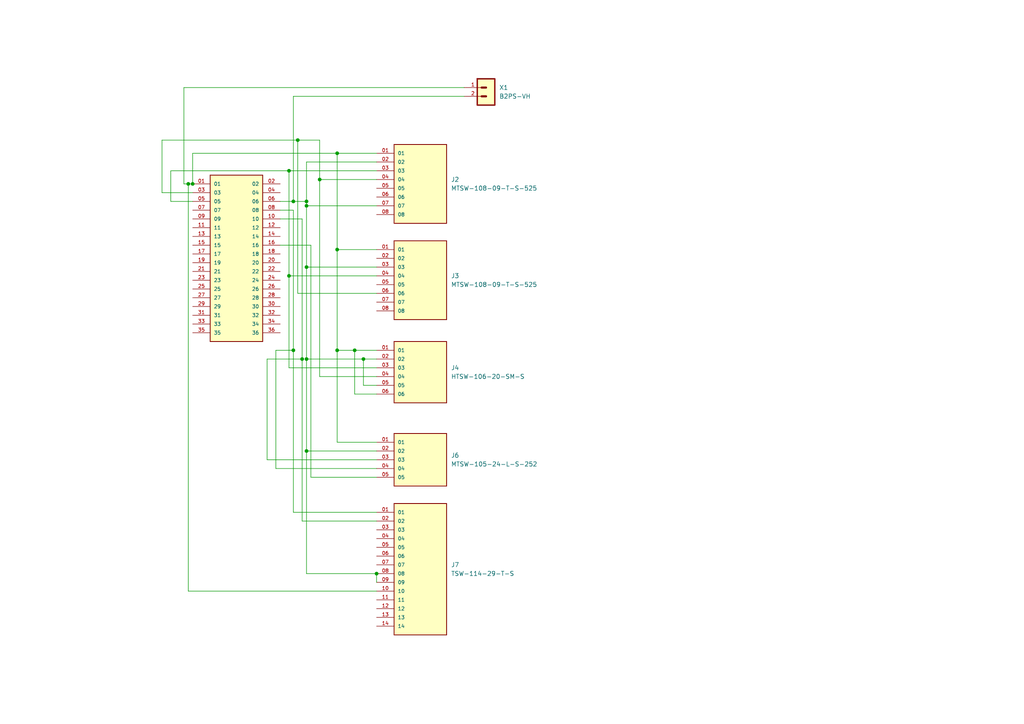
<source format=kicad_sch>
(kicad_sch
	(version 20250114)
	(generator "eeschema")
	(generator_version "9.0")
	(uuid "91904fa3-9f91-498d-ae8f-a776fbcd31ef")
	(paper "A4")
	(lib_symbols
		(symbol "B2PS-VH:B2PS-VH"
			(pin_names
				(offset 1.016)
			)
			(exclude_from_sim no)
			(in_bom yes)
			(on_board yes)
			(property "Reference" "X"
				(at -1.27 3.302 0)
				(effects
					(font
						(size 1.27 1.27)
					)
					(justify left bottom)
				)
			)
			(property "Value" "B2PS-VH"
				(at -1.27 -7.62 0)
				(effects
					(font
						(size 1.27 1.27)
					)
					(justify left bottom)
				)
			)
			(property "Footprint" "B2PS-VH:B2PS-VH"
				(at 0 0 0)
				(effects
					(font
						(size 1.27 1.27)
					)
					(justify bottom)
					(hide yes)
				)
			)
			(property "Datasheet" ""
				(at 0 0 0)
				(effects
					(font
						(size 1.27 1.27)
					)
					(hide yes)
				)
			)
			(property "Description" ""
				(at 0 0 0)
				(effects
					(font
						(size 1.27 1.27)
					)
					(hide yes)
				)
			)
			(property "MF" "JST Sales"
				(at 0 0 0)
				(effects
					(font
						(size 1.27 1.27)
					)
					(justify bottom)
					(hide yes)
				)
			)
			(property "Description_1" "Connector Header Through Hole, Right Angle 2 position 0.156 (3.96mm)"
				(at 0 0 0)
				(effects
					(font
						(size 1.27 1.27)
					)
					(justify bottom)
					(hide yes)
				)
			)
			(property "Package" "None"
				(at 0 0 0)
				(effects
					(font
						(size 1.27 1.27)
					)
					(justify bottom)
					(hide yes)
				)
			)
			(property "Price" "None"
				(at 0 0 0)
				(effects
					(font
						(size 1.27 1.27)
					)
					(justify bottom)
					(hide yes)
				)
			)
			(property "SnapEDA_Link" "https://www.snapeda.com/parts/B2PS-VH/JST/view-part/?ref=snap"
				(at 0 0 0)
				(effects
					(font
						(size 1.27 1.27)
					)
					(justify bottom)
					(hide yes)
				)
			)
			(property "MP" "B2PS-VH"
				(at 0 0 0)
				(effects
					(font
						(size 1.27 1.27)
					)
					(justify bottom)
					(hide yes)
				)
			)
			(property "Availability" "In Stock"
				(at 0 0 0)
				(effects
					(font
						(size 1.27 1.27)
					)
					(justify bottom)
					(hide yes)
				)
			)
			(property "Check_prices" "https://www.snapeda.com/parts/B2PS-VH/JST/view-part/?ref=eda"
				(at 0 0 0)
				(effects
					(font
						(size 1.27 1.27)
					)
					(justify bottom)
					(hide yes)
				)
			)
			(symbol "B2PS-VH_0_0"
				(rectangle
					(start -1.27 -5.08)
					(end 3.81 2.54)
					(stroke
						(width 0.4064)
						(type default)
					)
					(fill
						(type background)
					)
				)
				(polyline
					(pts
						(xy 1.27 0) (xy 2.54 0)
					)
					(stroke
						(width 0.6096)
						(type default)
					)
					(fill
						(type none)
					)
				)
				(polyline
					(pts
						(xy 1.27 -2.54) (xy 2.54 -2.54)
					)
					(stroke
						(width 0.6096)
						(type default)
					)
					(fill
						(type none)
					)
				)
				(pin passive line
					(at 7.62 0 180)
					(length 5.08)
					(name "~"
						(effects
							(font
								(size 1.016 1.016)
							)
						)
					)
					(number "2"
						(effects
							(font
								(size 1.016 1.016)
							)
						)
					)
				)
				(pin passive line
					(at 7.62 -2.54 180)
					(length 5.08)
					(name "~"
						(effects
							(font
								(size 1.016 1.016)
							)
						)
					)
					(number "1"
						(effects
							(font
								(size 1.016 1.016)
							)
						)
					)
				)
			)
			(embedded_fonts no)
		)
		(symbol "HTSW-106-20-SM-S:HTSW-106-20-SM-S"
			(pin_names
				(offset 1.016)
			)
			(exclude_from_sim no)
			(in_bom yes)
			(on_board yes)
			(property "Reference" "J"
				(at -8.12 10.16 0)
				(effects
					(font
						(size 1.27 1.27)
					)
					(justify left bottom)
				)
			)
			(property "Value" "HTSW-106-20-SM-S"
				(at -7.62 -10.16 0)
				(effects
					(font
						(size 1.27 1.27)
					)
					(justify left bottom)
				)
			)
			(property "Footprint" "HTSW-106-20-SM-S:SAMTEC_HTSW-106-20-SM-S"
				(at 0 0 0)
				(effects
					(font
						(size 1.27 1.27)
					)
					(justify bottom)
					(hide yes)
				)
			)
			(property "Datasheet" ""
				(at 0 0 0)
				(effects
					(font
						(size 1.27 1.27)
					)
					(hide yes)
				)
			)
			(property "Description" ""
				(at 0 0 0)
				(effects
					(font
						(size 1.27 1.27)
					)
					(hide yes)
				)
			)
			(property "MF" "Samtec"
				(at 0 0 0)
				(effects
					(font
						(size 1.27 1.27)
					)
					(justify bottom)
					(hide yes)
				)
			)
			(property "Description_1" "Connector Header Through Hole 6 position 0.100 (2.54mm)"
				(at 0 0 0)
				(effects
					(font
						(size 1.27 1.27)
					)
					(justify bottom)
					(hide yes)
				)
			)
			(property "Package" "None"
				(at 0 0 0)
				(effects
					(font
						(size 1.27 1.27)
					)
					(justify bottom)
					(hide yes)
				)
			)
			(property "Price" "None"
				(at 0 0 0)
				(effects
					(font
						(size 1.27 1.27)
					)
					(justify bottom)
					(hide yes)
				)
			)
			(property "Check_prices" "https://www.snapeda.com/parts/HTSW-106-20-SM-S/Samtec/view-part/?ref=eda"
				(at 0 0 0)
				(effects
					(font
						(size 1.27 1.27)
					)
					(justify bottom)
					(hide yes)
				)
			)
			(property "STANDARD" "Manufacturer Recommendations"
				(at 0 0 0)
				(effects
					(font
						(size 1.27 1.27)
					)
					(justify bottom)
					(hide yes)
				)
			)
			(property "PARTREV" "R"
				(at 0 0 0)
				(effects
					(font
						(size 1.27 1.27)
					)
					(justify bottom)
					(hide yes)
				)
			)
			(property "SnapEDA_Link" "https://www.snapeda.com/parts/HTSW-106-20-SM-S/Samtec/view-part/?ref=snap"
				(at 0 0 0)
				(effects
					(font
						(size 1.27 1.27)
					)
					(justify bottom)
					(hide yes)
				)
			)
			(property "MP" "HTSW-106-20-SM-S"
				(at 0 0 0)
				(effects
					(font
						(size 1.27 1.27)
					)
					(justify bottom)
					(hide yes)
				)
			)
			(property "Availability" "In Stock"
				(at 0 0 0)
				(effects
					(font
						(size 1.27 1.27)
					)
					(justify bottom)
					(hide yes)
				)
			)
			(property "MANUFACTURER" "Samtec"
				(at 0 0 0)
				(effects
					(font
						(size 1.27 1.27)
					)
					(justify bottom)
					(hide yes)
				)
			)
			(symbol "HTSW-106-20-SM-S_0_0"
				(rectangle
					(start -7.62 -7.62)
					(end 7.62 10.16)
					(stroke
						(width 0.254)
						(type default)
					)
					(fill
						(type background)
					)
				)
				(pin passive line
					(at -12.7 7.62 0)
					(length 5.08)
					(name "01"
						(effects
							(font
								(size 1.016 1.016)
							)
						)
					)
					(number "01"
						(effects
							(font
								(size 1.016 1.016)
							)
						)
					)
				)
				(pin passive line
					(at -12.7 5.08 0)
					(length 5.08)
					(name "02"
						(effects
							(font
								(size 1.016 1.016)
							)
						)
					)
					(number "02"
						(effects
							(font
								(size 1.016 1.016)
							)
						)
					)
				)
				(pin passive line
					(at -12.7 2.54 0)
					(length 5.08)
					(name "03"
						(effects
							(font
								(size 1.016 1.016)
							)
						)
					)
					(number "03"
						(effects
							(font
								(size 1.016 1.016)
							)
						)
					)
				)
				(pin passive line
					(at -12.7 0 0)
					(length 5.08)
					(name "04"
						(effects
							(font
								(size 1.016 1.016)
							)
						)
					)
					(number "04"
						(effects
							(font
								(size 1.016 1.016)
							)
						)
					)
				)
				(pin passive line
					(at -12.7 -2.54 0)
					(length 5.08)
					(name "05"
						(effects
							(font
								(size 1.016 1.016)
							)
						)
					)
					(number "05"
						(effects
							(font
								(size 1.016 1.016)
							)
						)
					)
				)
				(pin passive line
					(at -12.7 -5.08 0)
					(length 5.08)
					(name "06"
						(effects
							(font
								(size 1.016 1.016)
							)
						)
					)
					(number "06"
						(effects
							(font
								(size 1.016 1.016)
							)
						)
					)
				)
			)
			(embedded_fonts no)
		)
		(symbol "MTSW-105-24-L-S-252:MTSW-105-24-L-S-252"
			(pin_names
				(offset 1.016)
			)
			(exclude_from_sim no)
			(in_bom yes)
			(on_board yes)
			(property "Reference" "J"
				(at -8.12 7.62 0)
				(effects
					(font
						(size 1.27 1.27)
					)
					(justify left bottom)
				)
			)
			(property "Value" "MTSW-105-24-L-S-252"
				(at -7.62 -10.16 0)
				(effects
					(font
						(size 1.27 1.27)
					)
					(justify left bottom)
				)
			)
			(property "Footprint" "MTSW-105-24-L-S-252:SAMTEC_MTSW-105-24-L-S-252"
				(at 0 0 0)
				(effects
					(font
						(size 1.27 1.27)
					)
					(justify bottom)
					(hide yes)
				)
			)
			(property "Datasheet" ""
				(at 0 0 0)
				(effects
					(font
						(size 1.27 1.27)
					)
					(hide yes)
				)
			)
			(property "Description" ""
				(at 0 0 0)
				(effects
					(font
						(size 1.27 1.27)
					)
					(hide yes)
				)
			)
			(property "MF" "Samtec"
				(at 0 0 0)
				(effects
					(font
						(size 1.27 1.27)
					)
					(justify bottom)
					(hide yes)
				)
			)
			(property "Description_1" "Connector Header Through Hole 5 position 0.100 (2.54mm)"
				(at 0 0 0)
				(effects
					(font
						(size 1.27 1.27)
					)
					(justify bottom)
					(hide yes)
				)
			)
			(property "Package" "None"
				(at 0 0 0)
				(effects
					(font
						(size 1.27 1.27)
					)
					(justify bottom)
					(hide yes)
				)
			)
			(property "Price" "None"
				(at 0 0 0)
				(effects
					(font
						(size 1.27 1.27)
					)
					(justify bottom)
					(hide yes)
				)
			)
			(property "Check_prices" "https://www.snapeda.com/parts/MTSW-105-24-L-S-252/Samtec/view-part/?ref=eda"
				(at 0 0 0)
				(effects
					(font
						(size 1.27 1.27)
					)
					(justify bottom)
					(hide yes)
				)
			)
			(property "STANDARD" "Manufacturer Recommendations"
				(at 0 0 0)
				(effects
					(font
						(size 1.27 1.27)
					)
					(justify bottom)
					(hide yes)
				)
			)
			(property "PARTREV" "R"
				(at 0 0 0)
				(effects
					(font
						(size 1.27 1.27)
					)
					(justify bottom)
					(hide yes)
				)
			)
			(property "SnapEDA_Link" "https://www.snapeda.com/parts/MTSW-105-24-L-S-252/Samtec/view-part/?ref=snap"
				(at 0 0 0)
				(effects
					(font
						(size 1.27 1.27)
					)
					(justify bottom)
					(hide yes)
				)
			)
			(property "MP" "MTSW-105-24-L-S-252"
				(at 0 0 0)
				(effects
					(font
						(size 1.27 1.27)
					)
					(justify bottom)
					(hide yes)
				)
			)
			(property "Availability" "In Stock"
				(at 0 0 0)
				(effects
					(font
						(size 1.27 1.27)
					)
					(justify bottom)
					(hide yes)
				)
			)
			(property "MANUFACTURER" "Samtec"
				(at 0 0 0)
				(effects
					(font
						(size 1.27 1.27)
					)
					(justify bottom)
					(hide yes)
				)
			)
			(symbol "MTSW-105-24-L-S-252_0_0"
				(rectangle
					(start -7.62 -7.62)
					(end 7.62 7.62)
					(stroke
						(width 0.254)
						(type default)
					)
					(fill
						(type background)
					)
				)
				(pin passive line
					(at -12.7 5.08 0)
					(length 5.08)
					(name "01"
						(effects
							(font
								(size 1.016 1.016)
							)
						)
					)
					(number "01"
						(effects
							(font
								(size 1.016 1.016)
							)
						)
					)
				)
				(pin passive line
					(at -12.7 2.54 0)
					(length 5.08)
					(name "02"
						(effects
							(font
								(size 1.016 1.016)
							)
						)
					)
					(number "02"
						(effects
							(font
								(size 1.016 1.016)
							)
						)
					)
				)
				(pin passive line
					(at -12.7 0 0)
					(length 5.08)
					(name "03"
						(effects
							(font
								(size 1.016 1.016)
							)
						)
					)
					(number "03"
						(effects
							(font
								(size 1.016 1.016)
							)
						)
					)
				)
				(pin passive line
					(at -12.7 -2.54 0)
					(length 5.08)
					(name "04"
						(effects
							(font
								(size 1.016 1.016)
							)
						)
					)
					(number "04"
						(effects
							(font
								(size 1.016 1.016)
							)
						)
					)
				)
				(pin passive line
					(at -12.7 -5.08 0)
					(length 5.08)
					(name "05"
						(effects
							(font
								(size 1.016 1.016)
							)
						)
					)
					(number "05"
						(effects
							(font
								(size 1.016 1.016)
							)
						)
					)
				)
			)
			(embedded_fonts no)
		)
		(symbol "MTSW-108-09-T-S-525:MTSW-108-09-T-S-525"
			(pin_names
				(offset 1.016)
			)
			(exclude_from_sim no)
			(in_bom yes)
			(on_board yes)
			(property "Reference" "J"
				(at -8.12 12.7 0)
				(effects
					(font
						(size 1.27 1.27)
					)
					(justify left bottom)
				)
			)
			(property "Value" "MTSW-108-09-T-S-525"
				(at -7.62 -12.7 0)
				(effects
					(font
						(size 1.27 1.27)
					)
					(justify left bottom)
				)
			)
			(property "Footprint" "MTSW-108-09-T-S-525:SAMTEC_MTSW-108-09-T-S-525"
				(at 0 0 0)
				(effects
					(font
						(size 1.27 1.27)
					)
					(justify bottom)
					(hide yes)
				)
			)
			(property "Datasheet" ""
				(at 0 0 0)
				(effects
					(font
						(size 1.27 1.27)
					)
					(hide yes)
				)
			)
			(property "Description" ""
				(at 0 0 0)
				(effects
					(font
						(size 1.27 1.27)
					)
					(hide yes)
				)
			)
			(property "MF" "Samtec"
				(at 0 0 0)
				(effects
					(font
						(size 1.27 1.27)
					)
					(justify bottom)
					(hide yes)
				)
			)
			(property "Description_1" "Connector Header Through Hole 8 position 0.100 (2.54mm)"
				(at 0 0 0)
				(effects
					(font
						(size 1.27 1.27)
					)
					(justify bottom)
					(hide yes)
				)
			)
			(property "Package" "None"
				(at 0 0 0)
				(effects
					(font
						(size 1.27 1.27)
					)
					(justify bottom)
					(hide yes)
				)
			)
			(property "Price" "None"
				(at 0 0 0)
				(effects
					(font
						(size 1.27 1.27)
					)
					(justify bottom)
					(hide yes)
				)
			)
			(property "Check_prices" "https://www.snapeda.com/parts/MTSW-108-09-T-S-525/Samtec/view-part/?ref=eda"
				(at 0 0 0)
				(effects
					(font
						(size 1.27 1.27)
					)
					(justify bottom)
					(hide yes)
				)
			)
			(property "STANDARD" "Manufacturer Recommendations"
				(at 0 0 0)
				(effects
					(font
						(size 1.27 1.27)
					)
					(justify bottom)
					(hide yes)
				)
			)
			(property "PARTREV" "R"
				(at 0 0 0)
				(effects
					(font
						(size 1.27 1.27)
					)
					(justify bottom)
					(hide yes)
				)
			)
			(property "SnapEDA_Link" "https://www.snapeda.com/parts/MTSW-108-09-T-S-525/Samtec/view-part/?ref=snap"
				(at 0 0 0)
				(effects
					(font
						(size 1.27 1.27)
					)
					(justify bottom)
					(hide yes)
				)
			)
			(property "MP" "MTSW-108-09-T-S-525"
				(at 0 0 0)
				(effects
					(font
						(size 1.27 1.27)
					)
					(justify bottom)
					(hide yes)
				)
			)
			(property "Availability" "In Stock"
				(at 0 0 0)
				(effects
					(font
						(size 1.27 1.27)
					)
					(justify bottom)
					(hide yes)
				)
			)
			(property "MANUFACTURER" "Samtec"
				(at 0 0 0)
				(effects
					(font
						(size 1.27 1.27)
					)
					(justify bottom)
					(hide yes)
				)
			)
			(symbol "MTSW-108-09-T-S-525_0_0"
				(rectangle
					(start -7.62 -10.16)
					(end 7.62 12.7)
					(stroke
						(width 0.254)
						(type default)
					)
					(fill
						(type background)
					)
				)
				(pin passive line
					(at -12.7 10.16 0)
					(length 5.08)
					(name "01"
						(effects
							(font
								(size 1.016 1.016)
							)
						)
					)
					(number "01"
						(effects
							(font
								(size 1.016 1.016)
							)
						)
					)
				)
				(pin passive line
					(at -12.7 7.62 0)
					(length 5.08)
					(name "02"
						(effects
							(font
								(size 1.016 1.016)
							)
						)
					)
					(number "02"
						(effects
							(font
								(size 1.016 1.016)
							)
						)
					)
				)
				(pin passive line
					(at -12.7 5.08 0)
					(length 5.08)
					(name "03"
						(effects
							(font
								(size 1.016 1.016)
							)
						)
					)
					(number "03"
						(effects
							(font
								(size 1.016 1.016)
							)
						)
					)
				)
				(pin passive line
					(at -12.7 2.54 0)
					(length 5.08)
					(name "04"
						(effects
							(font
								(size 1.016 1.016)
							)
						)
					)
					(number "04"
						(effects
							(font
								(size 1.016 1.016)
							)
						)
					)
				)
				(pin passive line
					(at -12.7 0 0)
					(length 5.08)
					(name "05"
						(effects
							(font
								(size 1.016 1.016)
							)
						)
					)
					(number "05"
						(effects
							(font
								(size 1.016 1.016)
							)
						)
					)
				)
				(pin passive line
					(at -12.7 -2.54 0)
					(length 5.08)
					(name "06"
						(effects
							(font
								(size 1.016 1.016)
							)
						)
					)
					(number "06"
						(effects
							(font
								(size 1.016 1.016)
							)
						)
					)
				)
				(pin passive line
					(at -12.7 -5.08 0)
					(length 5.08)
					(name "07"
						(effects
							(font
								(size 1.016 1.016)
							)
						)
					)
					(number "07"
						(effects
							(font
								(size 1.016 1.016)
							)
						)
					)
				)
				(pin passive line
					(at -12.7 -7.62 0)
					(length 5.08)
					(name "08"
						(effects
							(font
								(size 1.016 1.016)
							)
						)
					)
					(number "08"
						(effects
							(font
								(size 1.016 1.016)
							)
						)
					)
				)
			)
			(embedded_fonts no)
		)
		(symbol "MTSW-118-06-G-D-050:MTSW-118-06-G-D-050"
			(pin_names
				(offset 1.016)
			)
			(exclude_from_sim no)
			(in_bom yes)
			(on_board yes)
			(property "Reference" "J"
				(at -8.12 25.4 0)
				(effects
					(font
						(size 1.27 1.27)
					)
					(justify left bottom)
				)
			)
			(property "Value" "MTSW-118-06-G-D-050"
				(at -7.62 -25.4 0)
				(effects
					(font
						(size 1.27 1.27)
					)
					(justify left bottom)
				)
			)
			(property "Footprint" "MTSW-118-06-G-D-050:SAMTEC_MTSW-118-06-G-D-050"
				(at 0 0 0)
				(effects
					(font
						(size 1.27 1.27)
					)
					(justify bottom)
					(hide yes)
				)
			)
			(property "Datasheet" ""
				(at 0 0 0)
				(effects
					(font
						(size 1.27 1.27)
					)
					(hide yes)
				)
			)
			(property "Description" ""
				(at 0 0 0)
				(effects
					(font
						(size 1.27 1.27)
					)
					(hide yes)
				)
			)
			(property "MF" "Samtec"
				(at 0 0 0)
				(effects
					(font
						(size 1.27 1.27)
					)
					(justify bottom)
					(hide yes)
				)
			)
			(property "Description_1" "Headers & Wire Housings"
				(at 0 0 0)
				(effects
					(font
						(size 1.27 1.27)
					)
					(justify bottom)
					(hide yes)
				)
			)
			(property "Package" "None"
				(at 0 0 0)
				(effects
					(font
						(size 1.27 1.27)
					)
					(justify bottom)
					(hide yes)
				)
			)
			(property "Price" "None"
				(at 0 0 0)
				(effects
					(font
						(size 1.27 1.27)
					)
					(justify bottom)
					(hide yes)
				)
			)
			(property "Check_prices" "https://www.snapeda.com/parts/MTSW-118-06-G-D-050/Samtec/view-part/?ref=eda"
				(at 0 0 0)
				(effects
					(font
						(size 1.27 1.27)
					)
					(justify bottom)
					(hide yes)
				)
			)
			(property "STANDARD" "Manufacturer Recommendations"
				(at 0 0 0)
				(effects
					(font
						(size 1.27 1.27)
					)
					(justify bottom)
					(hide yes)
				)
			)
			(property "PARTREV" "R"
				(at 0 0 0)
				(effects
					(font
						(size 1.27 1.27)
					)
					(justify bottom)
					(hide yes)
				)
			)
			(property "SnapEDA_Link" "https://www.snapeda.com/parts/MTSW-118-06-G-D-050/Samtec/view-part/?ref=snap"
				(at 0 0 0)
				(effects
					(font
						(size 1.27 1.27)
					)
					(justify bottom)
					(hide yes)
				)
			)
			(property "MP" "MTSW-118-06-G-D-050"
				(at 0 0 0)
				(effects
					(font
						(size 1.27 1.27)
					)
					(justify bottom)
					(hide yes)
				)
			)
			(property "Availability" "In Stock"
				(at 0 0 0)
				(effects
					(font
						(size 1.27 1.27)
					)
					(justify bottom)
					(hide yes)
				)
			)
			(property "MANUFACTURER" "Samtec"
				(at 0 0 0)
				(effects
					(font
						(size 1.27 1.27)
					)
					(justify bottom)
					(hide yes)
				)
			)
			(symbol "MTSW-118-06-G-D-050_0_0"
				(rectangle
					(start -7.62 -22.86)
					(end 7.62 25.4)
					(stroke
						(width 0.254)
						(type default)
					)
					(fill
						(type background)
					)
				)
				(pin passive line
					(at -12.7 22.86 0)
					(length 5.08)
					(name "01"
						(effects
							(font
								(size 1.016 1.016)
							)
						)
					)
					(number "01"
						(effects
							(font
								(size 1.016 1.016)
							)
						)
					)
				)
				(pin passive line
					(at -12.7 20.32 0)
					(length 5.08)
					(name "03"
						(effects
							(font
								(size 1.016 1.016)
							)
						)
					)
					(number "03"
						(effects
							(font
								(size 1.016 1.016)
							)
						)
					)
				)
				(pin passive line
					(at -12.7 17.78 0)
					(length 5.08)
					(name "05"
						(effects
							(font
								(size 1.016 1.016)
							)
						)
					)
					(number "05"
						(effects
							(font
								(size 1.016 1.016)
							)
						)
					)
				)
				(pin passive line
					(at -12.7 15.24 0)
					(length 5.08)
					(name "07"
						(effects
							(font
								(size 1.016 1.016)
							)
						)
					)
					(number "07"
						(effects
							(font
								(size 1.016 1.016)
							)
						)
					)
				)
				(pin passive line
					(at -12.7 12.7 0)
					(length 5.08)
					(name "09"
						(effects
							(font
								(size 1.016 1.016)
							)
						)
					)
					(number "09"
						(effects
							(font
								(size 1.016 1.016)
							)
						)
					)
				)
				(pin passive line
					(at -12.7 10.16 0)
					(length 5.08)
					(name "11"
						(effects
							(font
								(size 1.016 1.016)
							)
						)
					)
					(number "11"
						(effects
							(font
								(size 1.016 1.016)
							)
						)
					)
				)
				(pin passive line
					(at -12.7 7.62 0)
					(length 5.08)
					(name "13"
						(effects
							(font
								(size 1.016 1.016)
							)
						)
					)
					(number "13"
						(effects
							(font
								(size 1.016 1.016)
							)
						)
					)
				)
				(pin passive line
					(at -12.7 5.08 0)
					(length 5.08)
					(name "15"
						(effects
							(font
								(size 1.016 1.016)
							)
						)
					)
					(number "15"
						(effects
							(font
								(size 1.016 1.016)
							)
						)
					)
				)
				(pin passive line
					(at -12.7 2.54 0)
					(length 5.08)
					(name "17"
						(effects
							(font
								(size 1.016 1.016)
							)
						)
					)
					(number "17"
						(effects
							(font
								(size 1.016 1.016)
							)
						)
					)
				)
				(pin passive line
					(at -12.7 0 0)
					(length 5.08)
					(name "19"
						(effects
							(font
								(size 1.016 1.016)
							)
						)
					)
					(number "19"
						(effects
							(font
								(size 1.016 1.016)
							)
						)
					)
				)
				(pin passive line
					(at -12.7 -2.54 0)
					(length 5.08)
					(name "21"
						(effects
							(font
								(size 1.016 1.016)
							)
						)
					)
					(number "21"
						(effects
							(font
								(size 1.016 1.016)
							)
						)
					)
				)
				(pin passive line
					(at -12.7 -5.08 0)
					(length 5.08)
					(name "23"
						(effects
							(font
								(size 1.016 1.016)
							)
						)
					)
					(number "23"
						(effects
							(font
								(size 1.016 1.016)
							)
						)
					)
				)
				(pin passive line
					(at -12.7 -7.62 0)
					(length 5.08)
					(name "25"
						(effects
							(font
								(size 1.016 1.016)
							)
						)
					)
					(number "25"
						(effects
							(font
								(size 1.016 1.016)
							)
						)
					)
				)
				(pin passive line
					(at -12.7 -10.16 0)
					(length 5.08)
					(name "27"
						(effects
							(font
								(size 1.016 1.016)
							)
						)
					)
					(number "27"
						(effects
							(font
								(size 1.016 1.016)
							)
						)
					)
				)
				(pin passive line
					(at -12.7 -12.7 0)
					(length 5.08)
					(name "29"
						(effects
							(font
								(size 1.016 1.016)
							)
						)
					)
					(number "29"
						(effects
							(font
								(size 1.016 1.016)
							)
						)
					)
				)
				(pin passive line
					(at -12.7 -15.24 0)
					(length 5.08)
					(name "31"
						(effects
							(font
								(size 1.016 1.016)
							)
						)
					)
					(number "31"
						(effects
							(font
								(size 1.016 1.016)
							)
						)
					)
				)
				(pin passive line
					(at -12.7 -17.78 0)
					(length 5.08)
					(name "33"
						(effects
							(font
								(size 1.016 1.016)
							)
						)
					)
					(number "33"
						(effects
							(font
								(size 1.016 1.016)
							)
						)
					)
				)
				(pin passive line
					(at -12.7 -20.32 0)
					(length 5.08)
					(name "35"
						(effects
							(font
								(size 1.016 1.016)
							)
						)
					)
					(number "35"
						(effects
							(font
								(size 1.016 1.016)
							)
						)
					)
				)
				(pin passive line
					(at 12.7 22.86 180)
					(length 5.08)
					(name "02"
						(effects
							(font
								(size 1.016 1.016)
							)
						)
					)
					(number "02"
						(effects
							(font
								(size 1.016 1.016)
							)
						)
					)
				)
				(pin passive line
					(at 12.7 20.32 180)
					(length 5.08)
					(name "04"
						(effects
							(font
								(size 1.016 1.016)
							)
						)
					)
					(number "04"
						(effects
							(font
								(size 1.016 1.016)
							)
						)
					)
				)
				(pin passive line
					(at 12.7 17.78 180)
					(length 5.08)
					(name "06"
						(effects
							(font
								(size 1.016 1.016)
							)
						)
					)
					(number "06"
						(effects
							(font
								(size 1.016 1.016)
							)
						)
					)
				)
				(pin passive line
					(at 12.7 15.24 180)
					(length 5.08)
					(name "08"
						(effects
							(font
								(size 1.016 1.016)
							)
						)
					)
					(number "08"
						(effects
							(font
								(size 1.016 1.016)
							)
						)
					)
				)
				(pin passive line
					(at 12.7 12.7 180)
					(length 5.08)
					(name "10"
						(effects
							(font
								(size 1.016 1.016)
							)
						)
					)
					(number "10"
						(effects
							(font
								(size 1.016 1.016)
							)
						)
					)
				)
				(pin passive line
					(at 12.7 10.16 180)
					(length 5.08)
					(name "12"
						(effects
							(font
								(size 1.016 1.016)
							)
						)
					)
					(number "12"
						(effects
							(font
								(size 1.016 1.016)
							)
						)
					)
				)
				(pin passive line
					(at 12.7 7.62 180)
					(length 5.08)
					(name "14"
						(effects
							(font
								(size 1.016 1.016)
							)
						)
					)
					(number "14"
						(effects
							(font
								(size 1.016 1.016)
							)
						)
					)
				)
				(pin passive line
					(at 12.7 5.08 180)
					(length 5.08)
					(name "16"
						(effects
							(font
								(size 1.016 1.016)
							)
						)
					)
					(number "16"
						(effects
							(font
								(size 1.016 1.016)
							)
						)
					)
				)
				(pin passive line
					(at 12.7 2.54 180)
					(length 5.08)
					(name "18"
						(effects
							(font
								(size 1.016 1.016)
							)
						)
					)
					(number "18"
						(effects
							(font
								(size 1.016 1.016)
							)
						)
					)
				)
				(pin passive line
					(at 12.7 0 180)
					(length 5.08)
					(name "20"
						(effects
							(font
								(size 1.016 1.016)
							)
						)
					)
					(number "20"
						(effects
							(font
								(size 1.016 1.016)
							)
						)
					)
				)
				(pin passive line
					(at 12.7 -2.54 180)
					(length 5.08)
					(name "22"
						(effects
							(font
								(size 1.016 1.016)
							)
						)
					)
					(number "22"
						(effects
							(font
								(size 1.016 1.016)
							)
						)
					)
				)
				(pin passive line
					(at 12.7 -5.08 180)
					(length 5.08)
					(name "24"
						(effects
							(font
								(size 1.016 1.016)
							)
						)
					)
					(number "24"
						(effects
							(font
								(size 1.016 1.016)
							)
						)
					)
				)
				(pin passive line
					(at 12.7 -7.62 180)
					(length 5.08)
					(name "26"
						(effects
							(font
								(size 1.016 1.016)
							)
						)
					)
					(number "26"
						(effects
							(font
								(size 1.016 1.016)
							)
						)
					)
				)
				(pin passive line
					(at 12.7 -10.16 180)
					(length 5.08)
					(name "28"
						(effects
							(font
								(size 1.016 1.016)
							)
						)
					)
					(number "28"
						(effects
							(font
								(size 1.016 1.016)
							)
						)
					)
				)
				(pin passive line
					(at 12.7 -12.7 180)
					(length 5.08)
					(name "30"
						(effects
							(font
								(size 1.016 1.016)
							)
						)
					)
					(number "30"
						(effects
							(font
								(size 1.016 1.016)
							)
						)
					)
				)
				(pin passive line
					(at 12.7 -15.24 180)
					(length 5.08)
					(name "32"
						(effects
							(font
								(size 1.016 1.016)
							)
						)
					)
					(number "32"
						(effects
							(font
								(size 1.016 1.016)
							)
						)
					)
				)
				(pin passive line
					(at 12.7 -17.78 180)
					(length 5.08)
					(name "34"
						(effects
							(font
								(size 1.016 1.016)
							)
						)
					)
					(number "34"
						(effects
							(font
								(size 1.016 1.016)
							)
						)
					)
				)
				(pin passive line
					(at 12.7 -20.32 180)
					(length 5.08)
					(name "36"
						(effects
							(font
								(size 1.016 1.016)
							)
						)
					)
					(number "36"
						(effects
							(font
								(size 1.016 1.016)
							)
						)
					)
				)
			)
			(embedded_fonts no)
		)
		(symbol "TSW-114-29-T-S:TSW-114-29-T-S"
			(pin_names
				(offset 1.016)
			)
			(exclude_from_sim no)
			(in_bom yes)
			(on_board yes)
			(property "Reference" "J"
				(at -8.12 20.32 0)
				(effects
					(font
						(size 1.27 1.27)
					)
					(justify left bottom)
				)
			)
			(property "Value" "TSW-114-29-T-S"
				(at -7.62 -20.32 0)
				(effects
					(font
						(size 1.27 1.27)
					)
					(justify left bottom)
				)
			)
			(property "Footprint" "TSW-114-29-T-S:SAMTEC_TSW-114-29-T-S"
				(at 0 0 0)
				(effects
					(font
						(size 1.27 1.27)
					)
					(justify bottom)
					(hide yes)
				)
			)
			(property "Datasheet" ""
				(at 0 0 0)
				(effects
					(font
						(size 1.27 1.27)
					)
					(hide yes)
				)
			)
			(property "Description" ""
				(at 0 0 0)
				(effects
					(font
						(size 1.27 1.27)
					)
					(hide yes)
				)
			)
			(property "MF" "Samtec"
				(at 0 0 0)
				(effects
					(font
						(size 1.27 1.27)
					)
					(justify bottom)
					(hide yes)
				)
			)
			(property "Description_1" "Connector Header Through Hole 14 position 0.100 (2.54mm)"
				(at 0 0 0)
				(effects
					(font
						(size 1.27 1.27)
					)
					(justify bottom)
					(hide yes)
				)
			)
			(property "Package" "None"
				(at 0 0 0)
				(effects
					(font
						(size 1.27 1.27)
					)
					(justify bottom)
					(hide yes)
				)
			)
			(property "Price" "None"
				(at 0 0 0)
				(effects
					(font
						(size 1.27 1.27)
					)
					(justify bottom)
					(hide yes)
				)
			)
			(property "Check_prices" "https://www.snapeda.com/parts/TSW-114-29-T-S/Samtec/view-part/?ref=eda"
				(at 0 0 0)
				(effects
					(font
						(size 1.27 1.27)
					)
					(justify bottom)
					(hide yes)
				)
			)
			(property "STANDARD" "Manufacturer Recommendations"
				(at 0 0 0)
				(effects
					(font
						(size 1.27 1.27)
					)
					(justify bottom)
					(hide yes)
				)
			)
			(property "PARTREV" "R"
				(at 0 0 0)
				(effects
					(font
						(size 1.27 1.27)
					)
					(justify bottom)
					(hide yes)
				)
			)
			(property "SnapEDA_Link" "https://www.snapeda.com/parts/TSW-114-29-T-S/Samtec/view-part/?ref=snap"
				(at 0 0 0)
				(effects
					(font
						(size 1.27 1.27)
					)
					(justify bottom)
					(hide yes)
				)
			)
			(property "MP" "TSW-114-29-T-S"
				(at 0 0 0)
				(effects
					(font
						(size 1.27 1.27)
					)
					(justify bottom)
					(hide yes)
				)
			)
			(property "Availability" "In Stock"
				(at 0 0 0)
				(effects
					(font
						(size 1.27 1.27)
					)
					(justify bottom)
					(hide yes)
				)
			)
			(property "MANUFACTURER" "Samtec"
				(at 0 0 0)
				(effects
					(font
						(size 1.27 1.27)
					)
					(justify bottom)
					(hide yes)
				)
			)
			(symbol "TSW-114-29-T-S_0_0"
				(rectangle
					(start -7.62 -17.78)
					(end 7.62 20.32)
					(stroke
						(width 0.254)
						(type default)
					)
					(fill
						(type background)
					)
				)
				(pin passive line
					(at -12.7 17.78 0)
					(length 5.08)
					(name "01"
						(effects
							(font
								(size 1.016 1.016)
							)
						)
					)
					(number "01"
						(effects
							(font
								(size 1.016 1.016)
							)
						)
					)
				)
				(pin passive line
					(at -12.7 15.24 0)
					(length 5.08)
					(name "02"
						(effects
							(font
								(size 1.016 1.016)
							)
						)
					)
					(number "02"
						(effects
							(font
								(size 1.016 1.016)
							)
						)
					)
				)
				(pin passive line
					(at -12.7 12.7 0)
					(length 5.08)
					(name "03"
						(effects
							(font
								(size 1.016 1.016)
							)
						)
					)
					(number "03"
						(effects
							(font
								(size 1.016 1.016)
							)
						)
					)
				)
				(pin passive line
					(at -12.7 10.16 0)
					(length 5.08)
					(name "04"
						(effects
							(font
								(size 1.016 1.016)
							)
						)
					)
					(number "04"
						(effects
							(font
								(size 1.016 1.016)
							)
						)
					)
				)
				(pin passive line
					(at -12.7 7.62 0)
					(length 5.08)
					(name "05"
						(effects
							(font
								(size 1.016 1.016)
							)
						)
					)
					(number "05"
						(effects
							(font
								(size 1.016 1.016)
							)
						)
					)
				)
				(pin passive line
					(at -12.7 5.08 0)
					(length 5.08)
					(name "06"
						(effects
							(font
								(size 1.016 1.016)
							)
						)
					)
					(number "06"
						(effects
							(font
								(size 1.016 1.016)
							)
						)
					)
				)
				(pin passive line
					(at -12.7 2.54 0)
					(length 5.08)
					(name "07"
						(effects
							(font
								(size 1.016 1.016)
							)
						)
					)
					(number "07"
						(effects
							(font
								(size 1.016 1.016)
							)
						)
					)
				)
				(pin passive line
					(at -12.7 0 0)
					(length 5.08)
					(name "08"
						(effects
							(font
								(size 1.016 1.016)
							)
						)
					)
					(number "08"
						(effects
							(font
								(size 1.016 1.016)
							)
						)
					)
				)
				(pin passive line
					(at -12.7 -2.54 0)
					(length 5.08)
					(name "09"
						(effects
							(font
								(size 1.016 1.016)
							)
						)
					)
					(number "09"
						(effects
							(font
								(size 1.016 1.016)
							)
						)
					)
				)
				(pin passive line
					(at -12.7 -5.08 0)
					(length 5.08)
					(name "10"
						(effects
							(font
								(size 1.016 1.016)
							)
						)
					)
					(number "10"
						(effects
							(font
								(size 1.016 1.016)
							)
						)
					)
				)
				(pin passive line
					(at -12.7 -7.62 0)
					(length 5.08)
					(name "11"
						(effects
							(font
								(size 1.016 1.016)
							)
						)
					)
					(number "11"
						(effects
							(font
								(size 1.016 1.016)
							)
						)
					)
				)
				(pin passive line
					(at -12.7 -10.16 0)
					(length 5.08)
					(name "12"
						(effects
							(font
								(size 1.016 1.016)
							)
						)
					)
					(number "12"
						(effects
							(font
								(size 1.016 1.016)
							)
						)
					)
				)
				(pin passive line
					(at -12.7 -12.7 0)
					(length 5.08)
					(name "13"
						(effects
							(font
								(size 1.016 1.016)
							)
						)
					)
					(number "13"
						(effects
							(font
								(size 1.016 1.016)
							)
						)
					)
				)
				(pin passive line
					(at -12.7 -15.24 0)
					(length 5.08)
					(name "14"
						(effects
							(font
								(size 1.016 1.016)
							)
						)
					)
					(number "14"
						(effects
							(font
								(size 1.016 1.016)
							)
						)
					)
				)
			)
			(embedded_fonts no)
		)
	)
	(junction
		(at 85.09 58.42)
		(diameter 0)
		(color 0 0 0 0)
		(uuid "063f13ce-eee7-4f3b-886b-741a810786d1")
	)
	(junction
		(at 88.9 59.69)
		(diameter 0)
		(color 0 0 0 0)
		(uuid "08f70b3b-4f83-47fb-a9db-b0790750817d")
	)
	(junction
		(at 92.71 52.07)
		(diameter 0)
		(color 0 0 0 0)
		(uuid "10c9df55-9a61-4f08-bb2d-44fe2614ead3")
	)
	(junction
		(at 88.9 58.42)
		(diameter 0)
		(color 0 0 0 0)
		(uuid "34b27397-80a6-4d1d-a9f9-60f22895f98c")
	)
	(junction
		(at 97.79 101.6)
		(diameter 0)
		(color 0 0 0 0)
		(uuid "37c3328d-e5de-4ae0-9013-cba13102bc59")
	)
	(junction
		(at 88.9 104.14)
		(diameter 0)
		(color 0 0 0 0)
		(uuid "4b3b07ba-285f-4931-a007-731b9bce9832")
	)
	(junction
		(at 83.82 49.53)
		(diameter 0)
		(color 0 0 0 0)
		(uuid "58d8779c-b9b1-43cd-a19e-76c533d5f472")
	)
	(junction
		(at 54.61 53.34)
		(diameter 0)
		(color 0 0 0 0)
		(uuid "792edbe0-89c0-492a-9178-a9744fb7a77b")
	)
	(junction
		(at 88.9 77.47)
		(diameter 0)
		(color 0 0 0 0)
		(uuid "7a2b1952-c2f6-4878-bc86-139584ba1a5a")
	)
	(junction
		(at 55.88 53.34)
		(diameter 0)
		(color 0 0 0 0)
		(uuid "81850d7c-11d2-42c4-836f-f97267e8efeb")
	)
	(junction
		(at 86.36 40.64)
		(diameter 0)
		(color 0 0 0 0)
		(uuid "84205c96-c933-432a-986e-7257bd9d64cf")
	)
	(junction
		(at 109.22 166.37)
		(diameter 0)
		(color 0 0 0 0)
		(uuid "99e91a76-ca45-4c6e-a5a3-b593d2a47182")
	)
	(junction
		(at 97.79 44.45)
		(diameter 0)
		(color 0 0 0 0)
		(uuid "a1c0b56d-80e7-4611-8369-2a6bada964ee")
	)
	(junction
		(at 105.41 104.14)
		(diameter 0)
		(color 0 0 0 0)
		(uuid "a1f08f47-f45b-4013-bc1d-72218a244c1e")
	)
	(junction
		(at 85.09 101.6)
		(diameter 0)
		(color 0 0 0 0)
		(uuid "b29762e0-8dbd-4db8-8d33-e3867cb6b2ce")
	)
	(junction
		(at 83.82 80.01)
		(diameter 0)
		(color 0 0 0 0)
		(uuid "b9dee830-dd37-420c-a423-8cd02431b402")
	)
	(junction
		(at 88.9 130.81)
		(diameter 0)
		(color 0 0 0 0)
		(uuid "c2627e0f-91f8-4f91-b176-1e51ae64c5cd")
	)
	(junction
		(at 87.63 104.14)
		(diameter 0)
		(color 0 0 0 0)
		(uuid "c30aacd3-df5b-445e-ba75-b3684ecc55c9")
	)
	(junction
		(at 97.79 72.39)
		(diameter 0)
		(color 0 0 0 0)
		(uuid "c55ee278-2625-4ac9-9ccf-ff31baade963")
	)
	(junction
		(at 102.87 101.6)
		(diameter 0)
		(color 0 0 0 0)
		(uuid "c9c6f312-8edd-4cf5-913d-8b6a05bc3b9b")
	)
	(wire
		(pts
			(xy 49.53 49.53) (xy 49.53 58.42)
		)
		(stroke
			(width 0)
			(type default)
		)
		(uuid "00787f17-462a-4553-9f8c-cc18ca4b4e6b")
	)
	(wire
		(pts
			(xy 109.22 104.14) (xy 105.41 104.14)
		)
		(stroke
			(width 0)
			(type default)
		)
		(uuid "04b900b8-16a5-45b5-8fe7-d4a8255035a7")
	)
	(wire
		(pts
			(xy 109.22 128.27) (xy 97.79 128.27)
		)
		(stroke
			(width 0)
			(type default)
		)
		(uuid "052d2569-4813-449a-b5da-b0641444d262")
	)
	(wire
		(pts
			(xy 109.22 85.09) (xy 86.36 85.09)
		)
		(stroke
			(width 0)
			(type default)
		)
		(uuid "07b267f8-0075-49a5-b5a2-641a0d01df87")
	)
	(wire
		(pts
			(xy 85.09 60.96) (xy 85.09 101.6)
		)
		(stroke
			(width 0)
			(type default)
		)
		(uuid "0902ccf7-83af-450c-8d6d-a50aa4ec3797")
	)
	(wire
		(pts
			(xy 109.22 80.01) (xy 83.82 80.01)
		)
		(stroke
			(width 0)
			(type default)
		)
		(uuid "1185af37-af8a-408b-9479-84e7126e795a")
	)
	(wire
		(pts
			(xy 109.22 101.6) (xy 102.87 101.6)
		)
		(stroke
			(width 0)
			(type default)
		)
		(uuid "13cbc4db-0b84-447e-8b78-8f0e47ab8e78")
	)
	(wire
		(pts
			(xy 109.22 133.35) (xy 77.47 133.35)
		)
		(stroke
			(width 0)
			(type default)
		)
		(uuid "162f8532-f613-46e0-a9fb-ba62927bb7fe")
	)
	(wire
		(pts
			(xy 87.63 63.5) (xy 87.63 104.14)
		)
		(stroke
			(width 0)
			(type default)
		)
		(uuid "1859b83d-535a-4400-b0a9-cb6d1f6a22f1")
	)
	(wire
		(pts
			(xy 109.22 109.22) (xy 92.71 109.22)
		)
		(stroke
			(width 0)
			(type default)
		)
		(uuid "1a2a660d-770a-4b3a-92b0-eca24422fa3a")
	)
	(wire
		(pts
			(xy 92.71 109.22) (xy 92.71 52.07)
		)
		(stroke
			(width 0)
			(type default)
		)
		(uuid "1aa10b85-d7da-4636-adce-043e62af276f")
	)
	(wire
		(pts
			(xy 88.9 46.99) (xy 88.9 58.42)
		)
		(stroke
			(width 0)
			(type default)
		)
		(uuid "1b9b4bb6-a8ae-456f-a7d0-6deb18eb137a")
	)
	(wire
		(pts
			(xy 109.22 151.13) (xy 87.63 151.13)
		)
		(stroke
			(width 0)
			(type default)
		)
		(uuid "211d7100-5eeb-428e-b120-58a5bbc4919c")
	)
	(wire
		(pts
			(xy 102.87 101.6) (xy 102.87 114.3)
		)
		(stroke
			(width 0)
			(type default)
		)
		(uuid "2383eb82-63a6-4b2d-bbcd-372c721c8a2d")
	)
	(wire
		(pts
			(xy 109.22 111.76) (xy 105.41 111.76)
		)
		(stroke
			(width 0)
			(type default)
		)
		(uuid "27c0d923-79cf-4115-8fb5-9e942bfed110")
	)
	(wire
		(pts
			(xy 92.71 52.07) (xy 92.71 40.64)
		)
		(stroke
			(width 0)
			(type default)
		)
		(uuid "2a71810c-7f79-4687-b26c-fb1f5673fb52")
	)
	(wire
		(pts
			(xy 109.22 72.39) (xy 97.79 72.39)
		)
		(stroke
			(width 0)
			(type default)
		)
		(uuid "2e36a0b0-1533-4a47-8175-2424dc68ea52")
	)
	(wire
		(pts
			(xy 97.79 72.39) (xy 97.79 44.45)
		)
		(stroke
			(width 0)
			(type default)
		)
		(uuid "31cc51fa-e1c6-4b2b-bce2-7966651a529a")
	)
	(wire
		(pts
			(xy 109.22 166.37) (xy 88.9 166.37)
		)
		(stroke
			(width 0)
			(type default)
		)
		(uuid "32917728-8bd0-4783-be4b-52bec6fb39a0")
	)
	(wire
		(pts
			(xy 109.22 44.45) (xy 97.79 44.45)
		)
		(stroke
			(width 0)
			(type default)
		)
		(uuid "3534c1fd-4dde-48da-a654-0b06a33c0746")
	)
	(wire
		(pts
			(xy 90.17 138.43) (xy 90.17 71.12)
		)
		(stroke
			(width 0)
			(type default)
		)
		(uuid "36ca9759-f36a-4f31-a2b3-2a64a9c951ff")
	)
	(wire
		(pts
			(xy 109.22 171.45) (xy 54.61 171.45)
		)
		(stroke
			(width 0)
			(type default)
		)
		(uuid "37eba071-7784-435c-9183-94bb4eb016cf")
	)
	(wire
		(pts
			(xy 102.87 101.6) (xy 97.79 101.6)
		)
		(stroke
			(width 0)
			(type default)
		)
		(uuid "3ae39113-b056-4ed1-ab47-b7510804a74a")
	)
	(wire
		(pts
			(xy 55.88 44.45) (xy 55.88 53.34)
		)
		(stroke
			(width 0)
			(type default)
		)
		(uuid "3c0bbd3c-1449-45d5-b59b-85d3bdb6e2e9")
	)
	(wire
		(pts
			(xy 87.63 104.14) (xy 77.47 104.14)
		)
		(stroke
			(width 0)
			(type default)
		)
		(uuid "40302dd7-d001-4105-bcbd-5cd3c4ac51c2")
	)
	(wire
		(pts
			(xy 46.99 40.64) (xy 46.99 55.88)
		)
		(stroke
			(width 0)
			(type default)
		)
		(uuid "459ba182-f384-4f3c-b2f1-fcf0bc9b196e")
	)
	(wire
		(pts
			(xy 46.99 55.88) (xy 55.88 55.88)
		)
		(stroke
			(width 0)
			(type default)
		)
		(uuid "4bf0fe4b-dc9e-4ee9-bb50-32b9996d1d23")
	)
	(wire
		(pts
			(xy 134.62 27.94) (xy 85.09 27.94)
		)
		(stroke
			(width 0)
			(type default)
		)
		(uuid "4c7b4c04-643b-4c21-bb39-6dfe8165b04f")
	)
	(wire
		(pts
			(xy 83.82 49.53) (xy 49.53 49.53)
		)
		(stroke
			(width 0)
			(type default)
		)
		(uuid "4f08d559-1113-40f5-aff6-5c35fd971fed")
	)
	(wire
		(pts
			(xy 85.09 148.59) (xy 85.09 101.6)
		)
		(stroke
			(width 0)
			(type default)
		)
		(uuid "519d8d0c-0515-4611-8f8e-bc88b44f747e")
	)
	(wire
		(pts
			(xy 88.9 104.14) (xy 88.9 130.81)
		)
		(stroke
			(width 0)
			(type default)
		)
		(uuid "5922b2ff-c7c9-421b-8e0e-f16d079b70a5")
	)
	(wire
		(pts
			(xy 109.22 114.3) (xy 102.87 114.3)
		)
		(stroke
			(width 0)
			(type default)
		)
		(uuid "60a21453-7291-4a67-9edf-6c97d123326d")
	)
	(wire
		(pts
			(xy 109.22 59.69) (xy 88.9 59.69)
		)
		(stroke
			(width 0)
			(type default)
		)
		(uuid "639668f1-2cf7-4c2b-94b3-2d8898d3088e")
	)
	(wire
		(pts
			(xy 49.53 58.42) (xy 55.88 58.42)
		)
		(stroke
			(width 0)
			(type default)
		)
		(uuid "64ddf264-68e5-434d-a45a-0744d9385503")
	)
	(wire
		(pts
			(xy 54.61 53.34) (xy 55.88 53.34)
		)
		(stroke
			(width 0)
			(type default)
		)
		(uuid "64e28ac4-2ddc-4152-9499-25ccebb87c62")
	)
	(wire
		(pts
			(xy 86.36 40.64) (xy 46.99 40.64)
		)
		(stroke
			(width 0)
			(type default)
		)
		(uuid "66b38cb2-a8db-4b95-a715-fda0f70875a6")
	)
	(wire
		(pts
			(xy 87.63 151.13) (xy 87.63 104.14)
		)
		(stroke
			(width 0)
			(type default)
		)
		(uuid "6c2f4245-2480-441a-a2a3-0587e5b4327e")
	)
	(wire
		(pts
			(xy 109.22 138.43) (xy 90.17 138.43)
		)
		(stroke
			(width 0)
			(type default)
		)
		(uuid "7101daf3-18a4-435d-b84f-d828452ce36f")
	)
	(wire
		(pts
			(xy 88.9 130.81) (xy 88.9 166.37)
		)
		(stroke
			(width 0)
			(type default)
		)
		(uuid "7dff4cfd-694d-496a-9eec-0974a5b565d5")
	)
	(wire
		(pts
			(xy 109.22 46.99) (xy 88.9 46.99)
		)
		(stroke
			(width 0)
			(type default)
		)
		(uuid "828af303-d81e-40b7-b9d5-12e1366a4636")
	)
	(wire
		(pts
			(xy 88.9 104.14) (xy 88.9 77.47)
		)
		(stroke
			(width 0)
			(type default)
		)
		(uuid "85a00810-f6e6-460b-b78d-cad785be5a06")
	)
	(wire
		(pts
			(xy 97.79 44.45) (xy 55.88 44.45)
		)
		(stroke
			(width 0)
			(type default)
		)
		(uuid "88dc7456-b5da-4aa7-ace3-8631aa930704")
	)
	(wire
		(pts
			(xy 105.41 104.14) (xy 88.9 104.14)
		)
		(stroke
			(width 0)
			(type default)
		)
		(uuid "891f352c-2958-4c9e-9695-9b466ba7e8fe")
	)
	(wire
		(pts
			(xy 109.22 49.53) (xy 83.82 49.53)
		)
		(stroke
			(width 0)
			(type default)
		)
		(uuid "8d288c95-31ca-406a-aed4-89b75bb75cbf")
	)
	(wire
		(pts
			(xy 109.22 130.81) (xy 88.9 130.81)
		)
		(stroke
			(width 0)
			(type default)
		)
		(uuid "90d6554f-53b4-496d-8c9e-8c059d5c72f6")
	)
	(wire
		(pts
			(xy 85.09 27.94) (xy 85.09 58.42)
		)
		(stroke
			(width 0)
			(type default)
		)
		(uuid "933a4b1d-381c-4019-8f29-58bb7d56b4d8")
	)
	(wire
		(pts
			(xy 134.62 25.4) (xy 53.34 25.4)
		)
		(stroke
			(width 0)
			(type default)
		)
		(uuid "963c4810-44ea-4f76-a1da-33a35400af91")
	)
	(wire
		(pts
			(xy 90.17 71.12) (xy 81.28 71.12)
		)
		(stroke
			(width 0)
			(type default)
		)
		(uuid "9859b0de-8ac8-417a-bfc2-c6c4512d5804")
	)
	(wire
		(pts
			(xy 88.9 77.47) (xy 88.9 59.69)
		)
		(stroke
			(width 0)
			(type default)
		)
		(uuid "a452665b-68c2-448c-9b26-83f13406f2c5")
	)
	(wire
		(pts
			(xy 105.41 111.76) (xy 105.41 104.14)
		)
		(stroke
			(width 0)
			(type default)
		)
		(uuid "a854a27b-399d-4f0c-91ea-efc2d980d522")
	)
	(wire
		(pts
			(xy 80.01 101.6) (xy 85.09 101.6)
		)
		(stroke
			(width 0)
			(type default)
		)
		(uuid "a90b6f4a-c215-4bcc-9f6f-63373bd80721")
	)
	(wire
		(pts
			(xy 109.22 135.89) (xy 80.01 135.89)
		)
		(stroke
			(width 0)
			(type default)
		)
		(uuid "aa8e185f-2522-4c8b-90cc-2c5fa10ad6d2")
	)
	(wire
		(pts
			(xy 97.79 101.6) (xy 97.79 72.39)
		)
		(stroke
			(width 0)
			(type default)
		)
		(uuid "aba47fe5-fc5a-4a91-9b42-c41c30c9e076")
	)
	(wire
		(pts
			(xy 109.22 166.37) (xy 109.22 168.91)
		)
		(stroke
			(width 0)
			(type default)
		)
		(uuid "ad120cff-a92f-41f8-9139-7951cac8b638")
	)
	(wire
		(pts
			(xy 92.71 40.64) (xy 86.36 40.64)
		)
		(stroke
			(width 0)
			(type default)
		)
		(uuid "ad57cf37-545a-4172-abe3-b9c038e0b85d")
	)
	(wire
		(pts
			(xy 81.28 63.5) (xy 87.63 63.5)
		)
		(stroke
			(width 0)
			(type default)
		)
		(uuid "aee568f3-64ea-4127-b63c-6081b9a5b66d")
	)
	(wire
		(pts
			(xy 109.22 52.07) (xy 92.71 52.07)
		)
		(stroke
			(width 0)
			(type default)
		)
		(uuid "b31d35f7-1472-4b5d-ad9e-da45c8247d73")
	)
	(wire
		(pts
			(xy 83.82 80.01) (xy 83.82 49.53)
		)
		(stroke
			(width 0)
			(type default)
		)
		(uuid "b7fd9208-f65b-4157-b9ed-1d9e8f77f515")
	)
	(wire
		(pts
			(xy 109.22 77.47) (xy 88.9 77.47)
		)
		(stroke
			(width 0)
			(type default)
		)
		(uuid "b80a14fc-9eb1-43b3-a7d2-131377606319")
	)
	(wire
		(pts
			(xy 97.79 128.27) (xy 97.79 101.6)
		)
		(stroke
			(width 0)
			(type default)
		)
		(uuid "c5b2dc50-5c22-46d1-bad9-f6d9e8738aa2")
	)
	(wire
		(pts
			(xy 54.61 171.45) (xy 54.61 53.34)
		)
		(stroke
			(width 0)
			(type default)
		)
		(uuid "cc1e47dd-eb1f-4350-a8ab-5f913f1e102b")
	)
	(wire
		(pts
			(xy 85.09 60.96) (xy 81.28 60.96)
		)
		(stroke
			(width 0)
			(type default)
		)
		(uuid "cdd3f535-4fad-48a1-bad2-6f279fade15e")
	)
	(wire
		(pts
			(xy 88.9 58.42) (xy 85.09 58.42)
		)
		(stroke
			(width 0)
			(type default)
		)
		(uuid "d0aa8c7f-2e26-4fb5-abcd-4d8aada2cc63")
	)
	(wire
		(pts
			(xy 85.09 58.42) (xy 81.28 58.42)
		)
		(stroke
			(width 0)
			(type default)
		)
		(uuid "d46bf498-fa97-4017-9a33-26763d3bca5e")
	)
	(wire
		(pts
			(xy 88.9 58.42) (xy 88.9 59.69)
		)
		(stroke
			(width 0)
			(type default)
		)
		(uuid "d912224e-dee3-4d86-9ea4-74c8443f7b0c")
	)
	(wire
		(pts
			(xy 86.36 85.09) (xy 86.36 40.64)
		)
		(stroke
			(width 0)
			(type default)
		)
		(uuid "e09dc98e-8e0b-4171-af29-5b63c6f74076")
	)
	(wire
		(pts
			(xy 80.01 135.89) (xy 80.01 101.6)
		)
		(stroke
			(width 0)
			(type default)
		)
		(uuid "e27c3a52-8525-43b3-8c4d-9cb767c72ea7")
	)
	(wire
		(pts
			(xy 109.22 106.68) (xy 83.82 106.68)
		)
		(stroke
			(width 0)
			(type default)
		)
		(uuid "ef74e751-8c64-4eca-b293-836a623f8fea")
	)
	(wire
		(pts
			(xy 53.34 53.34) (xy 54.61 53.34)
		)
		(stroke
			(width 0)
			(type default)
		)
		(uuid "f330d10c-b2ae-45a0-b1a7-423aeaec0631")
	)
	(wire
		(pts
			(xy 77.47 133.35) (xy 77.47 104.14)
		)
		(stroke
			(width 0)
			(type default)
		)
		(uuid "f6353f03-1a80-4df3-bff2-f38f7bb18fa6")
	)
	(wire
		(pts
			(xy 53.34 25.4) (xy 53.34 53.34)
		)
		(stroke
			(width 0)
			(type default)
		)
		(uuid "f6646b97-36a5-4ca3-9c98-31c48c63a00a")
	)
	(wire
		(pts
			(xy 83.82 106.68) (xy 83.82 80.01)
		)
		(stroke
			(width 0)
			(type default)
		)
		(uuid "f73a767c-060f-4a9c-8fa3-c902b0bc7e03")
	)
	(wire
		(pts
			(xy 109.22 148.59) (xy 85.09 148.59)
		)
		(stroke
			(width 0)
			(type default)
		)
		(uuid "fd7e6d48-7ea7-46b2-8ada-207c3eed591a")
	)
	(symbol
		(lib_id "B2PS-VH:B2PS-VH")
		(at 142.24 27.94 180)
		(unit 1)
		(exclude_from_sim no)
		(in_bom yes)
		(on_board yes)
		(dnp no)
		(fields_autoplaced yes)
		(uuid "012647b4-9f00-407b-a62a-9a19263ae6a5")
		(property "Reference" "X1"
			(at 144.78 25.3999 0)
			(effects
				(font
					(size 1.27 1.27)
				)
				(justify right)
			)
		)
		(property "Value" "B2PS-VH"
			(at 144.78 27.9399 0)
			(effects
				(font
					(size 1.27 1.27)
				)
				(justify right)
			)
		)
		(property "Footprint" "2 JST:B2PS-VH"
			(at 142.24 27.94 0)
			(effects
				(font
					(size 1.27 1.27)
				)
				(justify bottom)
				(hide yes)
			)
		)
		(property "Datasheet" ""
			(at 142.24 27.94 0)
			(effects
				(font
					(size 1.27 1.27)
				)
				(hide yes)
			)
		)
		(property "Description" ""
			(at 142.24 27.94 0)
			(effects
				(font
					(size 1.27 1.27)
				)
				(hide yes)
			)
		)
		(property "MF" "JST Sales"
			(at 142.24 27.94 0)
			(effects
				(font
					(size 1.27 1.27)
				)
				(justify bottom)
				(hide yes)
			)
		)
		(property "Description_1" "Connector Header Through Hole, Right Angle 2 position 0.156 (3.96mm)"
			(at 142.24 27.94 0)
			(effects
				(font
					(size 1.27 1.27)
				)
				(justify bottom)
				(hide yes)
			)
		)
		(property "Package" "None"
			(at 142.24 27.94 0)
			(effects
				(font
					(size 1.27 1.27)
				)
				(justify bottom)
				(hide yes)
			)
		)
		(property "Price" "None"
			(at 142.24 27.94 0)
			(effects
				(font
					(size 1.27 1.27)
				)
				(justify bottom)
				(hide yes)
			)
		)
		(property "SnapEDA_Link" "https://www.snapeda.com/parts/B2PS-VH/JST/view-part/?ref=snap"
			(at 142.24 27.94 0)
			(effects
				(font
					(size 1.27 1.27)
				)
				(justify bottom)
				(hide yes)
			)
		)
		(property "MP" "B2PS-VH"
			(at 142.24 27.94 0)
			(effects
				(font
					(size 1.27 1.27)
				)
				(justify bottom)
				(hide yes)
			)
		)
		(property "Availability" "In Stock"
			(at 142.24 27.94 0)
			(effects
				(font
					(size 1.27 1.27)
				)
				(justify bottom)
				(hide yes)
			)
		)
		(property "Check_prices" "https://www.snapeda.com/parts/B2PS-VH/JST/view-part/?ref=eda"
			(at 142.24 27.94 0)
			(effects
				(font
					(size 1.27 1.27)
				)
				(justify bottom)
				(hide yes)
			)
		)
		(pin "2"
			(uuid "33b55bab-5d70-484a-b2c4-001c3e9d94da")
		)
		(pin "1"
			(uuid "06cc3909-4964-4a27-a31c-2ae8d22d1804")
		)
		(instances
			(project ""
				(path "/91904fa3-9f91-498d-ae8f-a776fbcd31ef"
					(reference "X1")
					(unit 1)
				)
			)
		)
	)
	(symbol
		(lib_id "MTSW-108-09-T-S-525:MTSW-108-09-T-S-525")
		(at 121.92 54.61 0)
		(unit 1)
		(exclude_from_sim no)
		(in_bom yes)
		(on_board yes)
		(dnp no)
		(fields_autoplaced yes)
		(uuid "448090e8-3f6b-4343-b575-af492732a350")
		(property "Reference" "J2"
			(at 130.81 52.0699 0)
			(effects
				(font
					(size 1.27 1.27)
				)
				(justify left)
			)
		)
		(property "Value" "MTSW-108-09-T-S-525"
			(at 130.81 54.6099 0)
			(effects
				(font
					(size 1.27 1.27)
				)
				(justify left)
			)
		)
		(property "Footprint" "8x1 header:SAMTEC_MTSW-108-09-T-S-525"
			(at 121.92 54.61 0)
			(effects
				(font
					(size 1.27 1.27)
				)
				(justify bottom)
				(hide yes)
			)
		)
		(property "Datasheet" ""
			(at 121.92 54.61 0)
			(effects
				(font
					(size 1.27 1.27)
				)
				(hide yes)
			)
		)
		(property "Description" ""
			(at 121.92 54.61 0)
			(effects
				(font
					(size 1.27 1.27)
				)
				(hide yes)
			)
		)
		(property "MF" "Samtec"
			(at 121.92 54.61 0)
			(effects
				(font
					(size 1.27 1.27)
				)
				(justify bottom)
				(hide yes)
			)
		)
		(property "Description_1" "Connector Header Through Hole 8 position 0.100 (2.54mm)"
			(at 121.92 54.61 0)
			(effects
				(font
					(size 1.27 1.27)
				)
				(justify bottom)
				(hide yes)
			)
		)
		(property "Package" "None"
			(at 121.92 54.61 0)
			(effects
				(font
					(size 1.27 1.27)
				)
				(justify bottom)
				(hide yes)
			)
		)
		(property "Price" "None"
			(at 121.92 54.61 0)
			(effects
				(font
					(size 1.27 1.27)
				)
				(justify bottom)
				(hide yes)
			)
		)
		(property "Check_prices" "https://www.snapeda.com/parts/MTSW-108-09-T-S-525/Samtec/view-part/?ref=eda"
			(at 121.92 54.61 0)
			(effects
				(font
					(size 1.27 1.27)
				)
				(justify bottom)
				(hide yes)
			)
		)
		(property "STANDARD" "Manufacturer Recommendations"
			(at 121.92 54.61 0)
			(effects
				(font
					(size 1.27 1.27)
				)
				(justify bottom)
				(hide yes)
			)
		)
		(property "PARTREV" "R"
			(at 121.92 54.61 0)
			(effects
				(font
					(size 1.27 1.27)
				)
				(justify bottom)
				(hide yes)
			)
		)
		(property "SnapEDA_Link" "https://www.snapeda.com/parts/MTSW-108-09-T-S-525/Samtec/view-part/?ref=snap"
			(at 121.92 54.61 0)
			(effects
				(font
					(size 1.27 1.27)
				)
				(justify bottom)
				(hide yes)
			)
		)
		(property "MP" "MTSW-108-09-T-S-525"
			(at 121.92 54.61 0)
			(effects
				(font
					(size 1.27 1.27)
				)
				(justify bottom)
				(hide yes)
			)
		)
		(property "Availability" "In Stock"
			(at 121.92 54.61 0)
			(effects
				(font
					(size 1.27 1.27)
				)
				(justify bottom)
				(hide yes)
			)
		)
		(property "MANUFACTURER" "Samtec"
			(at 121.92 54.61 0)
			(effects
				(font
					(size 1.27 1.27)
				)
				(justify bottom)
				(hide yes)
			)
		)
		(pin "08"
			(uuid "85cf5b56-3c2b-4303-a21d-7bb5e3933d9f")
		)
		(pin "02"
			(uuid "8a3a45be-0c1b-45cf-b101-8fa20c7e1e1c")
		)
		(pin "04"
			(uuid "372498f2-4636-44e9-8056-9bbd71191197")
		)
		(pin "01"
			(uuid "d0f96bad-cb22-44e2-98f9-f1cbd70f8a9f")
		)
		(pin "05"
			(uuid "e1b0793b-2f7c-4957-b94a-55f6c0a35499")
		)
		(pin "03"
			(uuid "b640a971-e9de-4d36-be7b-59c066746cbd")
		)
		(pin "06"
			(uuid "4851c63e-98b4-4fe5-ae04-f5de26c32ce2")
		)
		(pin "07"
			(uuid "29a57853-9339-43e4-88b1-303b59d84cea")
		)
		(instances
			(project ""
				(path "/91904fa3-9f91-498d-ae8f-a776fbcd31ef"
					(reference "J2")
					(unit 1)
				)
			)
		)
	)
	(symbol
		(lib_id "MTSW-118-06-G-D-050:MTSW-118-06-G-D-050")
		(at 68.58 76.2 0)
		(unit 1)
		(exclude_from_sim no)
		(in_bom yes)
		(on_board yes)
		(dnp no)
		(fields_autoplaced yes)
		(uuid "4e297501-6546-4e0e-937f-52ffd5e7cd33")
		(property "Reference" "J1"
			(at 68.58 45.72 0)
			(effects
				(font
					(size 1.27 1.27)
				)
				(hide yes)
			)
		)
		(property "Value" "MTSW-118-06-G-D-050"
			(at 68.58 48.26 0)
			(effects
				(font
					(size 1.27 1.27)
				)
				(hide yes)
			)
		)
		(property "Footprint" "Kicad:MTSW-118-06-G-D-050"
			(at 68.58 76.2 0)
			(effects
				(font
					(size 1.27 1.27)
				)
				(justify bottom)
				(hide yes)
			)
		)
		(property "Datasheet" ""
			(at 68.58 76.2 0)
			(effects
				(font
					(size 1.27 1.27)
				)
				(hide yes)
			)
		)
		(property "Description" ""
			(at 68.58 76.2 0)
			(effects
				(font
					(size 1.27 1.27)
				)
				(hide yes)
			)
		)
		(property "MF" "Samtec"
			(at 68.58 76.2 0)
			(effects
				(font
					(size 1.27 1.27)
				)
				(justify bottom)
				(hide yes)
			)
		)
		(property "Description_1" "Headers & Wire Housings"
			(at 68.58 76.2 0)
			(effects
				(font
					(size 1.27 1.27)
				)
				(justify bottom)
				(hide yes)
			)
		)
		(property "Package" "None"
			(at 68.58 76.2 0)
			(effects
				(font
					(size 1.27 1.27)
				)
				(justify bottom)
				(hide yes)
			)
		)
		(property "Price" "None"
			(at 68.58 76.2 0)
			(effects
				(font
					(size 1.27 1.27)
				)
				(justify bottom)
				(hide yes)
			)
		)
		(property "Check_prices" "https://www.snapeda.com/parts/MTSW-118-06-G-D-050/Samtec/view-part/?ref=eda"
			(at 68.58 76.2 0)
			(effects
				(font
					(size 1.27 1.27)
				)
				(justify bottom)
				(hide yes)
			)
		)
		(property "STANDARD" "Manufacturer Recommendations"
			(at 68.58 76.2 0)
			(effects
				(font
					(size 1.27 1.27)
				)
				(justify bottom)
				(hide yes)
			)
		)
		(property "PARTREV" "R"
			(at 68.58 76.2 0)
			(effects
				(font
					(size 1.27 1.27)
				)
				(justify bottom)
				(hide yes)
			)
		)
		(property "SnapEDA_Link" "https://www.snapeda.com/parts/MTSW-118-06-G-D-050/Samtec/view-part/?ref=snap"
			(at 68.58 76.2 0)
			(effects
				(font
					(size 1.27 1.27)
				)
				(justify bottom)
				(hide yes)
			)
		)
		(property "MP" "MTSW-118-06-G-D-050"
			(at 68.58 76.2 0)
			(effects
				(font
					(size 1.27 1.27)
				)
				(justify bottom)
				(hide yes)
			)
		)
		(property "Availability" "In Stock"
			(at 68.58 76.2 0)
			(effects
				(font
					(size 1.27 1.27)
				)
				(justify bottom)
				(hide yes)
			)
		)
		(property "MANUFACTURER" "Samtec"
			(at 68.58 76.2 0)
			(effects
				(font
					(size 1.27 1.27)
				)
				(justify bottom)
				(hide yes)
			)
		)
		(pin "15"
			(uuid "1a317840-8a86-41e8-bbf6-ed7c6b0bb694")
		)
		(pin "21"
			(uuid "c66790c7-c925-46b7-9d1c-14f9222d5d3d")
		)
		(pin "03"
			(uuid "1503fb71-c85a-4df1-8e49-87dbfd1bbc26")
		)
		(pin "05"
			(uuid "bcbc3eb7-4843-49ec-8679-bc1861107407")
		)
		(pin "11"
			(uuid "8a7126f1-df2b-4e11-b098-e086a2b1bf2f")
		)
		(pin "19"
			(uuid "4c944a28-d0e9-4e78-9e00-74e243c775d1")
		)
		(pin "33"
			(uuid "732d8240-6986-4403-b5c1-93f3c81e210e")
		)
		(pin "07"
			(uuid "6c976849-9dd5-4f46-9c9f-b5c5bf8d37b9")
		)
		(pin "31"
			(uuid "1703b171-5bf9-4532-82f1-728fc5e0e2a5")
		)
		(pin "01"
			(uuid "496f2161-c3e0-4ae2-a11d-6c2c1b0abca3")
		)
		(pin "09"
			(uuid "3ccbe8de-f1e8-49d6-a81e-190c9c022d2c")
		)
		(pin "17"
			(uuid "4616c94c-9af0-4a1c-8120-ec937daa7c74")
		)
		(pin "13"
			(uuid "fdf72be8-7acd-4ad2-a66c-891e682e0f17")
		)
		(pin "25"
			(uuid "906c47c0-c6e7-4f44-a56d-d2a7611ab498")
		)
		(pin "27"
			(uuid "02a8c7a1-5a8a-4d0c-ba37-61a081e76e0f")
		)
		(pin "35"
			(uuid "bdc320e2-5ae3-4032-9326-81eb7d17471d")
		)
		(pin "23"
			(uuid "83c75616-50c9-43a6-882d-b5b4a763023a")
		)
		(pin "29"
			(uuid "938c079c-c240-4cff-8739-2b279b1df546")
		)
		(pin "10"
			(uuid "5cb61961-5325-4919-a46a-c6f090762aab")
		)
		(pin "36"
			(uuid "7b6c01e1-fdfb-4f77-9bb4-76f35a5a2460")
		)
		(pin "04"
			(uuid "fc66755a-1211-4543-9e98-d362fcba52db")
		)
		(pin "02"
			(uuid "92738311-7f25-412e-9d53-549479743efd")
		)
		(pin "28"
			(uuid "2e79c591-9f46-40ea-8400-66d5672ecdc4")
		)
		(pin "12"
			(uuid "16e9ec4f-da61-4919-962a-dd3e5f3d4cf4")
		)
		(pin "16"
			(uuid "8de204df-b4ce-4f83-881d-826f91b28ddc")
		)
		(pin "22"
			(uuid "745fd853-30b8-4409-ac06-25550c0c4041")
		)
		(pin "24"
			(uuid "e22e9c42-ee43-480a-ac3f-aa1c75cd1211")
		)
		(pin "18"
			(uuid "5d36ed5a-4769-4a1f-8ce7-7a5a4270f45b")
		)
		(pin "26"
			(uuid "e8b56711-7ebb-4ebb-99b5-64fa6dbd5cba")
		)
		(pin "20"
			(uuid "133d20c1-2ba2-469d-8740-1f7db2da4ef4")
		)
		(pin "34"
			(uuid "b3a77494-bdce-4bc5-b83b-7064014714d6")
		)
		(pin "30"
			(uuid "7e9820f1-5bc8-4ec8-8fcc-9d758187f261")
		)
		(pin "32"
			(uuid "f0204129-cb5a-4e5b-8f02-4b86c97f7796")
		)
		(pin "08"
			(uuid "e838f45a-08c4-4be8-9c55-a5474f0385f1")
		)
		(pin "06"
			(uuid "12e41f8d-76af-4c25-a54f-d60f155ef67d")
		)
		(pin "14"
			(uuid "ccf3ad36-3ba3-4f8e-9082-024c899aeec5")
		)
		(instances
			(project ""
				(path "/91904fa3-9f91-498d-ae8f-a776fbcd31ef"
					(reference "J1")
					(unit 1)
				)
			)
		)
	)
	(symbol
		(lib_id "TSW-114-29-T-S:TSW-114-29-T-S")
		(at 121.92 166.37 0)
		(unit 1)
		(exclude_from_sim no)
		(in_bom yes)
		(on_board yes)
		(dnp no)
		(fields_autoplaced yes)
		(uuid "558133bf-863a-4a3f-954b-e78b7418cc27")
		(property "Reference" "J7"
			(at 130.81 163.8299 0)
			(effects
				(font
					(size 1.27 1.27)
				)
				(justify left)
			)
		)
		(property "Value" "TSW-114-29-T-S"
			(at 130.81 166.3699 0)
			(effects
				(font
					(size 1.27 1.27)
				)
				(justify left)
			)
		)
		(property "Footprint" "NaVIC:navic"
			(at 121.92 166.37 0)
			(effects
				(font
					(size 1.27 1.27)
				)
				(justify bottom)
				(hide yes)
			)
		)
		(property "Datasheet" ""
			(at 121.92 166.37 0)
			(effects
				(font
					(size 1.27 1.27)
				)
				(hide yes)
			)
		)
		(property "Description" ""
			(at 121.92 166.37 0)
			(effects
				(font
					(size 1.27 1.27)
				)
				(hide yes)
			)
		)
		(property "MF" "Samtec"
			(at 121.92 166.37 0)
			(effects
				(font
					(size 1.27 1.27)
				)
				(justify bottom)
				(hide yes)
			)
		)
		(property "Description_1" "Connector Header Through Hole 14 position 0.100 (2.54mm)"
			(at 121.92 166.37 0)
			(effects
				(font
					(size 1.27 1.27)
				)
				(justify bottom)
				(hide yes)
			)
		)
		(property "Package" "None"
			(at 121.92 166.37 0)
			(effects
				(font
					(size 1.27 1.27)
				)
				(justify bottom)
				(hide yes)
			)
		)
		(property "Price" "None"
			(at 121.92 166.37 0)
			(effects
				(font
					(size 1.27 1.27)
				)
				(justify bottom)
				(hide yes)
			)
		)
		(property "Check_prices" "https://www.snapeda.com/parts/TSW-114-29-T-S/Samtec/view-part/?ref=eda"
			(at 121.92 166.37 0)
			(effects
				(font
					(size 1.27 1.27)
				)
				(justify bottom)
				(hide yes)
			)
		)
		(property "STANDARD" "Manufacturer Recommendations"
			(at 121.92 166.37 0)
			(effects
				(font
					(size 1.27 1.27)
				)
				(justify bottom)
				(hide yes)
			)
		)
		(property "PARTREV" "R"
			(at 121.92 166.37 0)
			(effects
				(font
					(size 1.27 1.27)
				)
				(justify bottom)
				(hide yes)
			)
		)
		(property "SnapEDA_Link" "https://www.snapeda.com/parts/TSW-114-29-T-S/Samtec/view-part/?ref=snap"
			(at 121.92 166.37 0)
			(effects
				(font
					(size 1.27 1.27)
				)
				(justify bottom)
				(hide yes)
			)
		)
		(property "MP" "TSW-114-29-T-S"
			(at 121.92 166.37 0)
			(effects
				(font
					(size 1.27 1.27)
				)
				(justify bottom)
				(hide yes)
			)
		)
		(property "Availability" "In Stock"
			(at 121.92 166.37 0)
			(effects
				(font
					(size 1.27 1.27)
				)
				(justify bottom)
				(hide yes)
			)
		)
		(property "MANUFACTURER" "Samtec"
			(at 121.92 166.37 0)
			(effects
				(font
					(size 1.27 1.27)
				)
				(justify bottom)
				(hide yes)
			)
		)
		(pin "02"
			(uuid "d97ad7ca-63dc-440b-b268-d5265c8b3f5c")
		)
		(pin "12"
			(uuid "3a357c1f-7220-4e39-9776-3e2bdea9acda")
		)
		(pin "03"
			(uuid "0f224741-1368-4c73-86ec-32f7c04c39fc")
		)
		(pin "13"
			(uuid "a95202ad-1cf0-495d-a9ba-21858052bc8b")
		)
		(pin "04"
			(uuid "ffd1969e-b662-45a5-b109-e236c90806eb")
		)
		(pin "06"
			(uuid "e0a9a948-b7d5-4002-8ba6-985681990530")
		)
		(pin "08"
			(uuid "d799f617-7be4-4bfa-99fc-9678f8e0cb42")
		)
		(pin "01"
			(uuid "fca38160-5341-4b15-aa4c-13502b1418a5")
		)
		(pin "05"
			(uuid "5613d7b5-00e4-4093-b739-775b17ce8bef")
		)
		(pin "07"
			(uuid "6d1b53c8-bfea-4c0b-a595-df1bb2ccd582")
		)
		(pin "09"
			(uuid "ace927c3-f03b-43fe-94bd-b8e608510932")
		)
		(pin "10"
			(uuid "169fb530-e5a6-41cd-8244-6cef5664026e")
		)
		(pin "11"
			(uuid "a24c422e-9e3c-466c-9834-bb1c54fdd620")
		)
		(pin "14"
			(uuid "ce25ebbc-39bf-4349-99ed-85fe0b183002")
		)
		(instances
			(project ""
				(path "/91904fa3-9f91-498d-ae8f-a776fbcd31ef"
					(reference "J7")
					(unit 1)
				)
			)
		)
	)
	(symbol
		(lib_id "HTSW-106-20-SM-S:HTSW-106-20-SM-S")
		(at 121.92 109.22 0)
		(unit 1)
		(exclude_from_sim no)
		(in_bom yes)
		(on_board yes)
		(dnp no)
		(fields_autoplaced yes)
		(uuid "688b569c-bf27-409f-97ed-6e90645b34d0")
		(property "Reference" "J4"
			(at 130.81 106.6799 0)
			(effects
				(font
					(size 1.27 1.27)
				)
				(justify left)
			)
		)
		(property "Value" "HTSW-106-20-SM-S"
			(at 130.81 109.2199 0)
			(effects
				(font
					(size 1.27 1.27)
				)
				(justify left)
			)
		)
		(property "Footprint" "6X1header:SAMTEC_HTSW-106-20-SM-S"
			(at 121.92 109.22 0)
			(effects
				(font
					(size 1.27 1.27)
				)
				(justify bottom)
				(hide yes)
			)
		)
		(property "Datasheet" ""
			(at 121.92 109.22 0)
			(effects
				(font
					(size 1.27 1.27)
				)
				(hide yes)
			)
		)
		(property "Description" ""
			(at 121.92 109.22 0)
			(effects
				(font
					(size 1.27 1.27)
				)
				(hide yes)
			)
		)
		(property "MF" "Samtec"
			(at 121.92 109.22 0)
			(effects
				(font
					(size 1.27 1.27)
				)
				(justify bottom)
				(hide yes)
			)
		)
		(property "Description_1" "Connector Header Through Hole 6 position 0.100 (2.54mm)"
			(at 121.92 109.22 0)
			(effects
				(font
					(size 1.27 1.27)
				)
				(justify bottom)
				(hide yes)
			)
		)
		(property "Package" "None"
			(at 121.92 109.22 0)
			(effects
				(font
					(size 1.27 1.27)
				)
				(justify bottom)
				(hide yes)
			)
		)
		(property "Price" "None"
			(at 121.92 109.22 0)
			(effects
				(font
					(size 1.27 1.27)
				)
				(justify bottom)
				(hide yes)
			)
		)
		(property "Check_prices" "https://www.snapeda.com/parts/HTSW-106-20-SM-S/Samtec/view-part/?ref=eda"
			(at 121.92 109.22 0)
			(effects
				(font
					(size 1.27 1.27)
				)
				(justify bottom)
				(hide yes)
			)
		)
		(property "STANDARD" "Manufacturer Recommendations"
			(at 121.92 109.22 0)
			(effects
				(font
					(size 1.27 1.27)
				)
				(justify bottom)
				(hide yes)
			)
		)
		(property "PARTREV" "R"
			(at 121.92 109.22 0)
			(effects
				(font
					(size 1.27 1.27)
				)
				(justify bottom)
				(hide yes)
			)
		)
		(property "SnapEDA_Link" "https://www.snapeda.com/parts/HTSW-106-20-SM-S/Samtec/view-part/?ref=snap"
			(at 121.92 109.22 0)
			(effects
				(font
					(size 1.27 1.27)
				)
				(justify bottom)
				(hide yes)
			)
		)
		(property "MP" "HTSW-106-20-SM-S"
			(at 121.92 109.22 0)
			(effects
				(font
					(size 1.27 1.27)
				)
				(justify bottom)
				(hide yes)
			)
		)
		(property "Availability" "In Stock"
			(at 121.92 109.22 0)
			(effects
				(font
					(size 1.27 1.27)
				)
				(justify bottom)
				(hide yes)
			)
		)
		(property "MANUFACTURER" "Samtec"
			(at 121.92 109.22 0)
			(effects
				(font
					(size 1.27 1.27)
				)
				(justify bottom)
				(hide yes)
			)
		)
		(pin "01"
			(uuid "f0032e02-09d8-4f66-9027-ad05e5fb25b2")
		)
		(pin "02"
			(uuid "28e26ba3-880d-47b1-acf5-a80dc83821b2")
		)
		(pin "04"
			(uuid "b04aab21-0570-4444-b11a-169b4decfdc2")
		)
		(pin "05"
			(uuid "29c5ba86-4c18-4c74-901e-c00d3fd8810f")
		)
		(pin "06"
			(uuid "454337cd-1701-458f-8a69-041a817a8088")
		)
		(pin "03"
			(uuid "9c5c1019-53c5-43b3-bfae-7b7e92c21009")
		)
		(instances
			(project ""
				(path "/91904fa3-9f91-498d-ae8f-a776fbcd31ef"
					(reference "J4")
					(unit 1)
				)
			)
		)
	)
	(symbol
		(lib_id "MTSW-108-09-T-S-525:MTSW-108-09-T-S-525")
		(at 121.92 82.55 0)
		(unit 1)
		(exclude_from_sim no)
		(in_bom yes)
		(on_board yes)
		(dnp no)
		(fields_autoplaced yes)
		(uuid "8e0d4bd7-16b9-406d-88a1-7acbfd3675bc")
		(property "Reference" "J3"
			(at 130.81 80.0099 0)
			(effects
				(font
					(size 1.27 1.27)
				)
				(justify left)
			)
		)
		(property "Value" "MTSW-108-09-T-S-525"
			(at 130.81 82.5499 0)
			(effects
				(font
					(size 1.27 1.27)
				)
				(justify left)
			)
		)
		(property "Footprint" "8x1 header:SAMTEC_MTSW-108-09-T-S-525"
			(at 121.92 82.55 0)
			(effects
				(font
					(size 1.27 1.27)
				)
				(justify bottom)
				(hide yes)
			)
		)
		(property "Datasheet" ""
			(at 121.92 82.55 0)
			(effects
				(font
					(size 1.27 1.27)
				)
				(hide yes)
			)
		)
		(property "Description" ""
			(at 121.92 82.55 0)
			(effects
				(font
					(size 1.27 1.27)
				)
				(hide yes)
			)
		)
		(property "MF" "Samtec"
			(at 121.92 82.55 0)
			(effects
				(font
					(size 1.27 1.27)
				)
				(justify bottom)
				(hide yes)
			)
		)
		(property "Description_1" "Connector Header Through Hole 8 position 0.100 (2.54mm)"
			(at 121.92 82.55 0)
			(effects
				(font
					(size 1.27 1.27)
				)
				(justify bottom)
				(hide yes)
			)
		)
		(property "Package" "None"
			(at 121.92 82.55 0)
			(effects
				(font
					(size 1.27 1.27)
				)
				(justify bottom)
				(hide yes)
			)
		)
		(property "Price" "None"
			(at 121.92 82.55 0)
			(effects
				(font
					(size 1.27 1.27)
				)
				(justify bottom)
				(hide yes)
			)
		)
		(property "Check_prices" "https://www.snapeda.com/parts/MTSW-108-09-T-S-525/Samtec/view-part/?ref=eda"
			(at 121.92 82.55 0)
			(effects
				(font
					(size 1.27 1.27)
				)
				(justify bottom)
				(hide yes)
			)
		)
		(property "STANDARD" "Manufacturer Recommendations"
			(at 121.92 82.55 0)
			(effects
				(font
					(size 1.27 1.27)
				)
				(justify bottom)
				(hide yes)
			)
		)
		(property "PARTREV" "R"
			(at 121.92 82.55 0)
			(effects
				(font
					(size 1.27 1.27)
				)
				(justify bottom)
				(hide yes)
			)
		)
		(property "SnapEDA_Link" "https://www.snapeda.com/parts/MTSW-108-09-T-S-525/Samtec/view-part/?ref=snap"
			(at 121.92 82.55 0)
			(effects
				(font
					(size 1.27 1.27)
				)
				(justify bottom)
				(hide yes)
			)
		)
		(property "MP" "MTSW-108-09-T-S-525"
			(at 121.92 82.55 0)
			(effects
				(font
					(size 1.27 1.27)
				)
				(justify bottom)
				(hide yes)
			)
		)
		(property "Availability" "In Stock"
			(at 121.92 82.55 0)
			(effects
				(font
					(size 1.27 1.27)
				)
				(justify bottom)
				(hide yes)
			)
		)
		(property "MANUFACTURER" "Samtec"
			(at 121.92 82.55 0)
			(effects
				(font
					(size 1.27 1.27)
				)
				(justify bottom)
				(hide yes)
			)
		)
		(pin "08"
			(uuid "6c5df338-a051-482c-8b2a-bbee55fa9395")
		)
		(pin "02"
			(uuid "71aa583d-7375-486c-85fd-d8fb54173395")
		)
		(pin "04"
			(uuid "1dd29340-d6dc-4b3f-b900-3f20c56b9345")
		)
		(pin "01"
			(uuid "c9b34d05-6b79-4968-b355-6397cb3dcc79")
		)
		(pin "05"
			(uuid "27eb9a60-18ea-4832-b2c4-cc3d69de10d8")
		)
		(pin "03"
			(uuid "ddc38a9c-e5b5-49b8-b602-6ac4b50929a1")
		)
		(pin "06"
			(uuid "758c1904-82ff-4ec0-bc91-7af615098127")
		)
		(pin "07"
			(uuid "ecc9c79f-1ed6-46ea-ab92-a6228e18d69a")
		)
		(instances
			(project "CANSAT_PCB"
				(path "/91904fa3-9f91-498d-ae8f-a776fbcd31ef"
					(reference "J3")
					(unit 1)
				)
			)
		)
	)
	(symbol
		(lib_id "MTSW-105-24-L-S-252:MTSW-105-24-L-S-252")
		(at 121.92 133.35 0)
		(unit 1)
		(exclude_from_sim no)
		(in_bom yes)
		(on_board yes)
		(dnp no)
		(fields_autoplaced yes)
		(uuid "f2b53727-9511-40ba-8a4f-dc71d2c73784")
		(property "Reference" "J6"
			(at 130.81 132.0799 0)
			(effects
				(font
					(size 1.27 1.27)
				)
				(justify left)
			)
		)
		(property "Value" "MTSW-105-24-L-S-252"
			(at 130.81 134.6199 0)
			(effects
				(font
					(size 1.27 1.27)
				)
				(justify left)
			)
		)
		(property "Footprint" "5x1 header:SAMTEC_MTSW-105-24-L-S-252"
			(at 121.92 133.35 0)
			(effects
				(font
					(size 1.27 1.27)
				)
				(justify bottom)
				(hide yes)
			)
		)
		(property "Datasheet" ""
			(at 121.92 133.35 0)
			(effects
				(font
					(size 1.27 1.27)
				)
				(hide yes)
			)
		)
		(property "Description" ""
			(at 121.92 133.35 0)
			(effects
				(font
					(size 1.27 1.27)
				)
				(hide yes)
			)
		)
		(property "MF" "Samtec"
			(at 121.92 133.35 0)
			(effects
				(font
					(size 1.27 1.27)
				)
				(justify bottom)
				(hide yes)
			)
		)
		(property "Description_1" "Connector Header Through Hole 5 position 0.100 (2.54mm)"
			(at 121.92 133.35 0)
			(effects
				(font
					(size 1.27 1.27)
				)
				(justify bottom)
				(hide yes)
			)
		)
		(property "Package" "None"
			(at 121.92 133.35 0)
			(effects
				(font
					(size 1.27 1.27)
				)
				(justify bottom)
				(hide yes)
			)
		)
		(property "Price" "None"
			(at 121.92 133.35 0)
			(effects
				(font
					(size 1.27 1.27)
				)
				(justify bottom)
				(hide yes)
			)
		)
		(property "Check_prices" "https://www.snapeda.com/parts/MTSW-105-24-L-S-252/Samtec/view-part/?ref=eda"
			(at 121.92 133.35 0)
			(effects
				(font
					(size 1.27 1.27)
				)
				(justify bottom)
				(hide yes)
			)
		)
		(property "STANDARD" "Manufacturer Recommendations"
			(at 121.92 133.35 0)
			(effects
				(font
					(size 1.27 1.27)
				)
				(justify bottom)
				(hide yes)
			)
		)
		(property "PARTREV" "R"
			(at 121.92 133.35 0)
			(effects
				(font
					(size 1.27 1.27)
				)
				(justify bottom)
				(hide yes)
			)
		)
		(property "SnapEDA_Link" "https://www.snapeda.com/parts/MTSW-105-24-L-S-252/Samtec/view-part/?ref=snap"
			(at 121.92 133.35 0)
			(effects
				(font
					(size 1.27 1.27)
				)
				(justify bottom)
				(hide yes)
			)
		)
		(property "MP" "MTSW-105-24-L-S-252"
			(at 121.92 133.35 0)
			(effects
				(font
					(size 1.27 1.27)
				)
				(justify bottom)
				(hide yes)
			)
		)
		(property "Availability" "In Stock"
			(at 121.92 133.35 0)
			(effects
				(font
					(size 1.27 1.27)
				)
				(justify bottom)
				(hide yes)
			)
		)
		(property "MANUFACTURER" "Samtec"
			(at 121.92 133.35 0)
			(effects
				(font
					(size 1.27 1.27)
				)
				(justify bottom)
				(hide yes)
			)
		)
		(pin "03"
			(uuid "650e9b7a-f8ea-49d2-8f0f-b0b7c7cdd711")
		)
		(pin "02"
			(uuid "c17b8f44-0f5c-462d-ba02-113745852214")
		)
		(pin "04"
			(uuid "3b10d4eb-fb12-4de2-b963-8a6b40e68d07")
		)
		(pin "05"
			(uuid "ef3f69f3-0503-4e23-8113-a5f12b751605")
		)
		(pin "01"
			(uuid "4c9c8af8-6610-414c-9441-331760e8be01")
		)
		(instances
			(project ""
				(path "/91904fa3-9f91-498d-ae8f-a776fbcd31ef"
					(reference "J6")
					(unit 1)
				)
			)
		)
	)
	(sheet_instances
		(path "/"
			(page "1")
		)
	)
	(embedded_fonts no)
)

</source>
